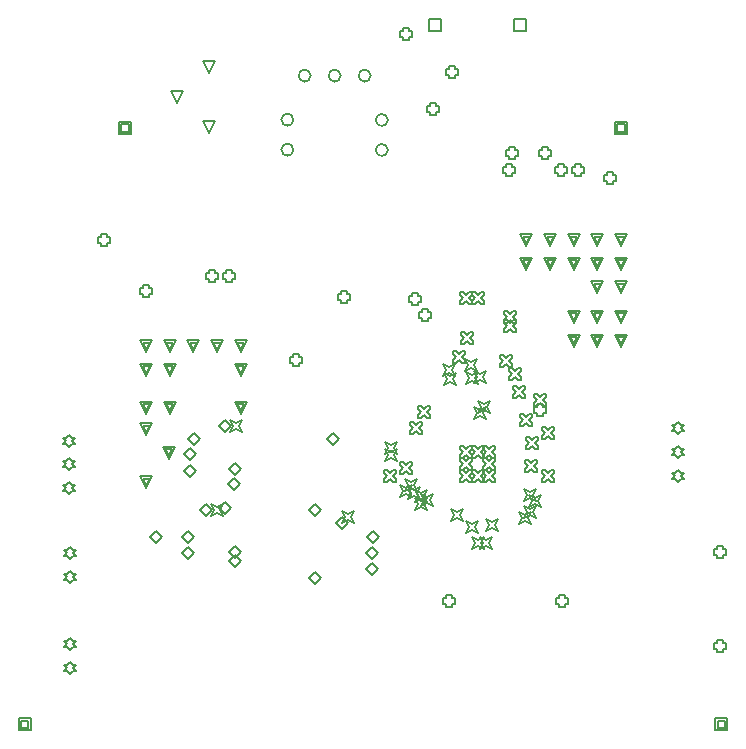
<source format=gbr>
G04*
G04 #@! TF.GenerationSoftware,Altium Limited,Altium Designer,23.8.1 (32)*
G04*
G04 Layer_Color=2752767*
%FSLAX44Y44*%
%MOMM*%
G71*
G04*
G04 #@! TF.SameCoordinates,B1DDD4D6-6927-4A11-B6FF-346F9E1F7E25*
G04*
G04*
G04 #@! TF.FilePolarity,Positive*
G04*
G01*
G75*
%ADD92C,0.1270*%
%ADD93C,0.1693*%
D92*
X68580Y92710D02*
X71120Y95250D01*
X73660D01*
X71120Y97790D01*
X73660Y100330D01*
X71120D01*
X68580Y102870D01*
X66040Y100330D01*
X63500D01*
X66040Y97790D01*
X63500Y95250D01*
X66040D01*
X68580Y92710D01*
Y72710D02*
X71120Y75250D01*
X73660D01*
X71120Y77790D01*
X73660Y80330D01*
X71120D01*
X68580Y82870D01*
X66040Y80330D01*
X63500D01*
X66040Y77790D01*
X63500Y75250D01*
X66040D01*
X68580Y72710D01*
Y149860D02*
X71120Y152400D01*
X73660D01*
X71120Y154940D01*
X73660Y157480D01*
X71120D01*
X68580Y160020D01*
X66040Y157480D01*
X63500D01*
X66040Y154940D01*
X63500Y152400D01*
X66040D01*
X68580Y149860D01*
Y169860D02*
X71120Y172400D01*
X73660D01*
X71120Y174940D01*
X73660Y177480D01*
X71120D01*
X68580Y180020D01*
X66040Y177480D01*
X63500D01*
X66040Y174940D01*
X63500Y172400D01*
X66040D01*
X68580Y169860D01*
X444020Y617350D02*
Y627510D01*
X454180D01*
Y617350D01*
X444020D01*
X372520D02*
Y627510D01*
X382680D01*
Y617350D01*
X372520D01*
X582930Y235590D02*
X585470Y238130D01*
X588010D01*
X585470Y240670D01*
X588010Y243210D01*
X585470D01*
X582930Y245750D01*
X580390Y243210D01*
X577850D01*
X580390Y240670D01*
X577850Y238130D01*
X580390D01*
X582930Y235590D01*
Y255590D02*
X585470Y258130D01*
X588010D01*
X585470Y260670D01*
X588010Y263210D01*
X585470D01*
X582930Y265750D01*
X580390Y263210D01*
X577850D01*
X580390Y260670D01*
X577850Y258130D01*
X580390D01*
X582930Y255590D01*
Y275590D02*
X585470Y278130D01*
X588010D01*
X585470Y280670D01*
X588010Y283210D01*
X585470D01*
X582930Y285750D01*
X580390Y283210D01*
X577850D01*
X580390Y280670D01*
X577850Y278130D01*
X580390D01*
X582930Y275590D01*
X614920Y24920D02*
Y35080D01*
X625080D01*
Y24920D01*
X614920D01*
X616952Y26952D02*
Y33048D01*
X623048D01*
Y26952D01*
X616952D01*
X24920Y24920D02*
Y35080D01*
X35080D01*
Y24920D01*
X24920D01*
X26952Y26952D02*
Y33048D01*
X33048D01*
Y26952D01*
X26952D01*
X529920Y529920D02*
Y540080D01*
X540080D01*
Y529920D01*
X529920D01*
X531952Y531952D02*
Y538048D01*
X538048D01*
Y531952D01*
X531952D01*
X109920Y529920D02*
Y540080D01*
X120080D01*
Y529920D01*
X109920D01*
X111952Y531952D02*
Y538048D01*
X118048D01*
Y531952D01*
X111952D01*
X186450Y531140D02*
X181370Y541300D01*
X191530D01*
X186450Y531140D01*
X159450Y556140D02*
X154370Y566300D01*
X164530D01*
X159450Y556140D01*
X186450Y581140D02*
X181370Y591300D01*
X191530D01*
X186450Y581140D01*
X67310Y225110D02*
X69850Y227650D01*
X72390D01*
X69850Y230190D01*
X72390Y232730D01*
X69850D01*
X67310Y235270D01*
X64770Y232730D01*
X62230D01*
X64770Y230190D01*
X62230Y227650D01*
X64770D01*
X67310Y225110D01*
Y245110D02*
X69850Y247650D01*
X72390D01*
X69850Y250190D01*
X72390Y252730D01*
X69850D01*
X67310Y255270D01*
X64770Y252730D01*
X62230D01*
X64770Y250190D01*
X62230Y247650D01*
X64770D01*
X67310Y245110D01*
Y265110D02*
X69850Y267650D01*
X72390D01*
X69850Y270190D01*
X72390Y272730D01*
X69850D01*
X67310Y275270D01*
X64770Y272730D01*
X62230D01*
X64770Y270190D01*
X62230Y267650D01*
X64770D01*
X67310Y265110D01*
X94350Y437780D02*
Y435240D01*
X99430D01*
Y437780D01*
X101970D01*
Y442860D01*
X99430D01*
Y445400D01*
X94350D01*
Y442860D01*
X91810D01*
Y437780D01*
X94350D01*
X213000Y292920D02*
X207920Y303080D01*
X218080D01*
X213000Y292920D01*
Y294952D02*
X209952Y301048D01*
X216048D01*
X213000Y294952D01*
X535000Y394920D02*
X529920Y405080D01*
X540080D01*
X535000Y394920D01*
Y396952D02*
X531952Y403048D01*
X538048D01*
X535000Y396952D01*
X515000Y394920D02*
X509920Y405080D01*
X520080D01*
X515000Y394920D01*
Y396952D02*
X511952Y403048D01*
X518048D01*
X515000Y396952D01*
Y414920D02*
X509920Y425080D01*
X520080D01*
X515000Y414920D01*
Y416952D02*
X511952Y423048D01*
X518048D01*
X515000Y416952D01*
X495000Y414920D02*
X489920Y425080D01*
X500080D01*
X495000Y414920D01*
Y416952D02*
X491952Y423048D01*
X498048D01*
X495000Y416952D01*
X475000Y414920D02*
X469920Y425080D01*
X480080D01*
X475000Y414920D01*
Y416952D02*
X471952Y423048D01*
X478048D01*
X475000Y416952D01*
X455000Y414920D02*
X449920Y425080D01*
X460080D01*
X455000Y414920D01*
Y416952D02*
X451952Y423048D01*
X458048D01*
X455000Y416952D01*
X515000Y434920D02*
X509920Y445080D01*
X520080D01*
X515000Y434920D01*
Y436952D02*
X511952Y443048D01*
X518048D01*
X515000Y436952D01*
X495000Y434920D02*
X489920Y445080D01*
X500080D01*
X495000Y434920D01*
Y436952D02*
X491952Y443048D01*
X498048D01*
X495000Y436952D01*
X475000Y434920D02*
X469920Y445080D01*
X480080D01*
X475000Y434920D01*
Y436952D02*
X471952Y443048D01*
X478048D01*
X475000Y436952D01*
X455000Y434920D02*
X449920Y445080D01*
X460080D01*
X455000Y434920D01*
Y436952D02*
X451952Y443048D01*
X458048D01*
X455000Y436952D01*
X133000Y229920D02*
X127920Y240080D01*
X138080D01*
X133000Y229920D01*
Y231952D02*
X129952Y238048D01*
X136048D01*
X133000Y231952D01*
X152000Y254920D02*
X146920Y265080D01*
X157080D01*
X152000Y254920D01*
Y256952D02*
X148952Y263048D01*
X155048D01*
X152000Y256952D01*
X133000Y274920D02*
X127920Y285080D01*
X138080D01*
X133000Y274920D01*
Y276952D02*
X129952Y283048D01*
X136048D01*
X133000Y276952D01*
X153000Y292920D02*
X147920Y303080D01*
X158080D01*
X153000Y292920D01*
Y294952D02*
X149952Y301048D01*
X156048D01*
X153000Y294952D01*
X133000Y292920D02*
X127920Y303080D01*
X138080D01*
X133000Y292920D01*
Y294952D02*
X129952Y301048D01*
X136048D01*
X133000Y294952D01*
X213000Y324920D02*
X207920Y335080D01*
X218080D01*
X213000Y324920D01*
Y326952D02*
X209952Y333048D01*
X216048D01*
X213000Y326952D01*
X153000Y324920D02*
X147920Y335080D01*
X158080D01*
X153000Y324920D01*
Y326952D02*
X149952Y333048D01*
X156048D01*
X153000Y326952D01*
X133000Y324920D02*
X127920Y335080D01*
X138080D01*
X133000Y324920D01*
Y326952D02*
X129952Y333048D01*
X136048D01*
X133000Y326952D01*
X213000Y344920D02*
X207920Y355080D01*
X218080D01*
X213000Y344920D01*
Y346952D02*
X209952Y353048D01*
X216048D01*
X213000Y346952D01*
X193000Y344920D02*
X187920Y355080D01*
X198080D01*
X193000Y344920D01*
Y346952D02*
X189952Y353048D01*
X196048D01*
X193000Y346952D01*
X173000Y344920D02*
X167920Y355080D01*
X178080D01*
X173000Y344920D01*
Y346952D02*
X169952Y353048D01*
X176048D01*
X173000Y346952D01*
X153000Y344920D02*
X147920Y355080D01*
X158080D01*
X153000Y344920D01*
Y346952D02*
X149952Y353048D01*
X156048D01*
X153000Y346952D01*
X133000Y344920D02*
X127920Y355080D01*
X138080D01*
X133000Y344920D01*
Y346952D02*
X129952Y353048D01*
X136048D01*
X133000Y346952D01*
X515000Y369920D02*
X509920Y380080D01*
X520080D01*
X515000Y369920D01*
Y371952D02*
X511952Y378048D01*
X518048D01*
X515000Y371952D01*
Y349920D02*
X509920Y360080D01*
X520080D01*
X515000Y349920D01*
Y351952D02*
X511952Y358048D01*
X518048D01*
X515000Y351952D01*
X495000Y369920D02*
X489920Y380080D01*
X500080D01*
X495000Y369920D01*
Y371952D02*
X491952Y378048D01*
X498048D01*
X495000Y371952D01*
Y349920D02*
X489920Y360080D01*
X500080D01*
X495000Y349920D01*
Y351952D02*
X491952Y358048D01*
X498048D01*
X495000Y351952D01*
X535000Y349920D02*
X529920Y360080D01*
X540080D01*
X535000Y349920D01*
Y351952D02*
X531952Y358048D01*
X538048D01*
X535000Y351952D01*
Y369920D02*
X529920Y380080D01*
X540080D01*
X535000Y369920D01*
Y371952D02*
X531952Y378048D01*
X538048D01*
X535000Y371952D01*
Y414920D02*
X529920Y425080D01*
X540080D01*
X535000Y414920D01*
Y416952D02*
X531952Y423048D01*
X538048D01*
X535000Y416952D01*
Y434920D02*
X529920Y445080D01*
X540080D01*
X535000Y434920D01*
Y436952D02*
X531952Y443048D01*
X538048D01*
X535000Y436952D01*
X452840Y204790D02*
X455380Y209870D01*
X452840Y214950D01*
X457920Y212410D01*
X463000Y214950D01*
X460460Y209870D01*
X463000Y204790D01*
X457920Y207330D01*
X452840Y204790D01*
X456756Y214459D02*
X459296Y219539D01*
X456756Y224619D01*
X461836Y222079D01*
X466916Y224619D01*
X464376Y219539D01*
X466916Y214459D01*
X461836Y216999D01*
X456756Y214459D01*
X203880Y277645D02*
X206420Y282725D01*
X203880Y287805D01*
X208960Y285265D01*
X214040Y287805D01*
X211500Y282725D01*
X214040Y277645D01*
X208960Y280185D01*
X203880Y277645D01*
X187857Y206354D02*
X190396Y211434D01*
X187857Y216514D01*
X192936Y213974D01*
X198016Y216514D01*
X195476Y211434D01*
X198016Y206354D01*
X192936Y208894D01*
X187857Y206354D01*
X298892Y200631D02*
X301432Y205711D01*
X298892Y210791D01*
X303972Y208251D01*
X309051Y210791D01*
X306511Y205711D01*
X309051Y200631D01*
X303972Y203171D01*
X298892Y200631D01*
X335230Y258755D02*
X337770Y263835D01*
X335230Y268915D01*
X340310Y266375D01*
X345390Y268915D01*
X342850Y263835D01*
X345390Y258755D01*
X340310Y261295D01*
X335230Y258755D01*
X360697Y211775D02*
X363237Y216856D01*
X360697Y221936D01*
X365777Y219396D01*
X370857Y221936D01*
X368317Y216856D01*
X370857Y211775D01*
X365777Y214315D01*
X360697Y211775D01*
X347710Y222208D02*
X350250Y227288D01*
X347710Y232368D01*
X352790Y229828D01*
X357870Y232368D01*
X355330Y227288D01*
X357870Y222208D01*
X352790Y224748D01*
X347710Y222208D01*
X410210Y318770D02*
X412750Y323850D01*
X410210Y328930D01*
X415290Y326390D01*
X420370Y328930D01*
X417830Y323850D01*
X420370Y318770D01*
X415290Y321310D01*
X410210Y318770D01*
X414100Y293370D02*
X416640Y298450D01*
X414100Y303530D01*
X419180Y300990D01*
X424260Y303530D01*
X421720Y298450D01*
X424260Y293370D01*
X419180Y295910D01*
X414100Y293370D01*
X410166Y288605D02*
X412706Y293685D01*
X410166Y298765D01*
X415246Y296225D01*
X420326Y298765D01*
X417786Y293685D01*
X420326Y288605D01*
X415246Y291145D01*
X410166Y288605D01*
X409020Y178820D02*
X411560Y183900D01*
X409020Y188980D01*
X414100Y186440D01*
X419180Y188980D01*
X416640Y183900D01*
X419180Y178820D01*
X414100Y181360D01*
X409020Y178820D01*
X416020D02*
X418560Y183900D01*
X416020Y188980D01*
X421100Y186440D01*
X426180Y188980D01*
X423640Y183900D01*
X426180Y178820D01*
X421100Y181360D01*
X416020Y178820D01*
X420536Y193940D02*
X423076Y199020D01*
X420536Y204100D01*
X425616Y201560D01*
X430696Y204100D01*
X428156Y199020D01*
X430696Y193940D01*
X425616Y196480D01*
X420536Y193940D01*
X391160Y201930D02*
X393700Y207010D01*
X391160Y212090D01*
X396240Y209550D01*
X401320Y212090D01*
X398780Y207010D01*
X401320Y201930D01*
X396240Y204470D01*
X391160Y201930D01*
X403926Y192240D02*
X406466Y197320D01*
X403926Y202400D01*
X409006Y199860D01*
X414086Y202400D01*
X411546Y197320D01*
X414086Y192240D01*
X409006Y194780D01*
X403926Y192240D01*
X523240Y490220D02*
Y487680D01*
X528320D01*
Y490220D01*
X530860D01*
Y495300D01*
X528320D01*
Y497840D01*
X523240D01*
Y495300D01*
X520700D01*
Y490220D01*
X523240D01*
X468278Y511258D02*
Y508718D01*
X473358D01*
Y511258D01*
X475898D01*
Y516338D01*
X473358D01*
Y518878D01*
X468278D01*
Y516338D01*
X465738D01*
Y511258D01*
X468278D01*
X373382Y548642D02*
Y546102D01*
X378462D01*
Y548642D01*
X381002D01*
Y553722D01*
X378462D01*
Y556262D01*
X373382D01*
Y553722D01*
X370842D01*
Y548642D01*
X373382D01*
X350522Y612142D02*
Y609602D01*
X355602D01*
Y612142D01*
X358142D01*
Y617222D01*
X355602D01*
Y619762D01*
X350522D01*
Y617222D01*
X347982D01*
Y612142D01*
X350522D01*
X440282Y511262D02*
Y508722D01*
X445362D01*
Y511262D01*
X447902D01*
Y516342D01*
X445362D01*
Y518882D01*
X440282D01*
Y516342D01*
X437742D01*
Y511262D01*
X440282D01*
X136143Y188710D02*
X141223Y193790D01*
X146303Y188710D01*
X141223Y183630D01*
X136143Y188710D01*
X201930Y233680D02*
X207010Y238760D01*
X212090Y233680D01*
X207010Y228600D01*
X201930Y233680D01*
X403159Y329208D02*
X405699Y334288D01*
X403159Y339368D01*
X408239Y336828D01*
X413319Y339368D01*
X410779Y334288D01*
X413319Y329208D01*
X408239Y331748D01*
X403159Y329208D01*
X403410Y318460D02*
X405950Y323540D01*
X403410Y328620D01*
X408490Y326080D01*
X413570Y328620D01*
X411030Y323540D01*
X413570Y318460D01*
X408490Y321000D01*
X403410Y318460D01*
X335280Y252730D02*
X337820Y257810D01*
X335280Y262890D01*
X340360Y260350D01*
X345440Y262890D01*
X342900Y257810D01*
X345440Y252730D01*
X340360Y255270D01*
X335280Y252730D01*
X319970Y189080D02*
X325050Y194160D01*
X330130Y189080D01*
X325050Y184000D01*
X319970Y189080D01*
X384810Y317500D02*
X387350Y322580D01*
X384810Y327660D01*
X389890Y325120D01*
X394970Y327660D01*
X392430Y322580D01*
X394970Y317500D01*
X389890Y320040D01*
X384810Y317500D01*
X384360Y325060D02*
X386900Y330140D01*
X384360Y335220D01*
X389440Y332680D01*
X394520Y335220D01*
X391980Y330140D01*
X394520Y325060D01*
X389440Y327600D01*
X384360Y325060D01*
X439963Y321191D02*
X442503D01*
X445043Y323731D01*
X447583Y321191D01*
X450123D01*
Y323731D01*
X447583Y326271D01*
X450123Y328811D01*
Y331351D01*
X447583D01*
X445043Y328811D01*
X442503Y331351D01*
X439963D01*
Y328811D01*
X442503Y326271D01*
X439963Y323731D01*
Y321191D01*
X443230Y306070D02*
X445770D01*
X448310Y308610D01*
X450850Y306070D01*
X453390D01*
Y308610D01*
X450850Y311150D01*
X453390Y313690D01*
Y316230D01*
X450850D01*
X448310Y313690D01*
X445770Y316230D01*
X443230D01*
Y313690D01*
X445770Y311150D01*
X443230Y308610D01*
Y306070D01*
X448310Y199390D02*
X450850Y204470D01*
X448310Y209550D01*
X453390Y207010D01*
X458470Y209550D01*
X455930Y204470D01*
X458470Y199390D01*
X453390Y201930D01*
X448310Y199390D01*
X454202Y263305D02*
X456742D01*
X459282Y265845D01*
X461822Y263305D01*
X464362D01*
Y265845D01*
X461822Y268385D01*
X464362Y270925D01*
Y273465D01*
X461822D01*
X459282Y270925D01*
X456742Y273465D01*
X454202D01*
Y270925D01*
X456742Y268385D01*
X454202Y265845D01*
Y263305D01*
X449505Y282702D02*
X452044D01*
X454585Y285242D01*
X457124Y282702D01*
X459664D01*
Y285242D01*
X457124Y287782D01*
X459664Y290322D01*
Y292862D01*
X457124D01*
X454585Y290322D01*
X452044Y292862D01*
X449505D01*
Y290322D01*
X452044Y287782D01*
X449505Y285242D01*
Y282702D01*
X453660Y243560D02*
X456200D01*
X458740Y246100D01*
X461280Y243560D01*
X463820D01*
Y246100D01*
X461280Y248640D01*
X463820Y251180D01*
Y253720D01*
X461280D01*
X458740Y251180D01*
X456200Y253720D01*
X453660D01*
Y251180D01*
X456200Y248640D01*
X453660Y246100D01*
Y243560D01*
X468390Y235430D02*
X470930D01*
X473470Y237970D01*
X476010Y235430D01*
X478550D01*
Y237970D01*
X476010Y240510D01*
X478550Y243050D01*
Y245590D01*
X476010D01*
X473470Y243050D01*
X470930Y245590D01*
X468390D01*
Y243050D01*
X470930Y240510D01*
X468390Y237970D01*
Y235430D01*
X468390Y271430D02*
X470930D01*
X473470Y273970D01*
X476010Y271430D01*
X478550D01*
Y273970D01*
X476010Y276510D01*
X478550Y279050D01*
Y281590D01*
X476010D01*
X473470Y279050D01*
X470930Y281590D01*
X468390D01*
Y279050D01*
X470930Y276510D01*
X468390Y273970D01*
Y271430D01*
X347690Y242430D02*
X350230D01*
X352770Y244970D01*
X355310Y242430D01*
X357850D01*
Y244970D01*
X355310Y247510D01*
X357850Y250050D01*
Y252590D01*
X355310D01*
X352770Y250050D01*
X350230Y252590D01*
X347690D01*
Y250050D01*
X350230Y247510D01*
X347690Y244970D01*
Y242430D01*
X356439Y275580D02*
X358979D01*
X361519Y278120D01*
X364059Y275580D01*
X366599D01*
Y278120D01*
X364059Y280660D01*
X366599Y283200D01*
Y285740D01*
X364059D01*
X361519Y283200D01*
X358979Y285740D01*
X356439D01*
Y283200D01*
X358979Y280660D01*
X356439Y278120D01*
Y275580D01*
X408940Y386196D02*
X411480D01*
X414020Y388736D01*
X416560Y386196D01*
X419100D01*
Y388736D01*
X416560Y391276D01*
X419100Y393816D01*
Y396356D01*
X416560D01*
X414020Y393816D01*
X411480Y396356D01*
X408940D01*
Y393816D01*
X411480Y391276D01*
X408940Y388736D01*
Y386196D01*
X398780Y386080D02*
X401320D01*
X403860Y388620D01*
X406400Y386080D01*
X408940D01*
Y388620D01*
X406400Y391160D01*
X408940Y393700D01*
Y396240D01*
X406400D01*
X403860Y393700D01*
X401320Y396240D01*
X398780D01*
Y393700D01*
X401320Y391160D01*
X398780Y388620D01*
Y386080D01*
X435610Y361950D02*
X438150D01*
X440690Y364490D01*
X443230Y361950D01*
X445770D01*
Y364490D01*
X443230Y367030D01*
X445770Y369570D01*
Y372110D01*
X443230D01*
X440690Y369570D01*
X438150Y372110D01*
X435610D01*
Y369570D01*
X438150Y367030D01*
X435610Y364490D01*
Y361950D01*
Y369570D02*
X438150D01*
X440690Y372110D01*
X443230Y369570D01*
X445770D01*
Y372110D01*
X443230Y374650D01*
X445770Y377190D01*
Y379730D01*
X443230D01*
X440690Y377190D01*
X438150Y379730D01*
X435610D01*
Y377190D01*
X438150Y374650D01*
X435610Y372110D01*
Y369570D01*
X453110Y219430D02*
X455650Y224510D01*
X453110Y229590D01*
X458190Y227050D01*
X463270Y229590D01*
X460730Y224510D01*
X463270Y219430D01*
X458190Y221970D01*
X453110Y219430D01*
X365760Y214675D02*
X368300Y219755D01*
X365760Y224835D01*
X370840Y222295D01*
X375920Y224835D01*
X373380Y219755D01*
X375920Y214675D01*
X370840Y217215D01*
X365760Y214675D01*
X418270Y235430D02*
X420810D01*
X423350Y237970D01*
X425890Y235430D01*
X428430D01*
Y237970D01*
X425890Y240510D01*
X428430Y243050D01*
Y245590D01*
X425890D01*
X423350Y243050D01*
X420810Y245590D01*
X418270D01*
Y243050D01*
X420810Y240510D01*
X418270Y237970D01*
Y235430D01*
X398940D02*
X401480D01*
X404020Y237970D01*
X406560Y235430D01*
X409100D01*
Y237970D01*
X406560Y240510D01*
X409100Y243050D01*
Y245590D01*
X406560D01*
X404020Y243050D01*
X401480Y245590D01*
X398940D01*
Y243050D01*
X401480Y240510D01*
X398940Y237970D01*
Y235430D01*
X418270Y255430D02*
X420810D01*
X423350Y257970D01*
X425890Y255430D01*
X428430D01*
Y257970D01*
X425890Y260510D01*
X428430Y263050D01*
Y265590D01*
X425890D01*
X423350Y263050D01*
X420810Y265590D01*
X418270D01*
Y263050D01*
X420810Y260510D01*
X418270Y257970D01*
Y255430D01*
X398940D02*
X401480D01*
X404020Y257970D01*
X406560Y255430D01*
X409100D01*
Y257970D01*
X406560Y260510D01*
X409100Y263050D01*
Y265590D01*
X406560D01*
X404020Y263050D01*
X401480Y265590D01*
X398940D01*
Y263050D01*
X401480Y260510D01*
X398940Y257970D01*
Y255430D01*
Y245430D02*
X401480D01*
X404020Y247970D01*
X406560Y245430D01*
X409100D01*
Y247970D01*
X406560Y250510D01*
X409100Y253050D01*
Y255590D01*
X406560D01*
X404020Y253050D01*
X401480Y255590D01*
X398940D01*
Y253050D01*
X401480Y250510D01*
X398940Y247970D01*
Y245430D01*
X408940Y235430D02*
X411480D01*
X414020Y237970D01*
X416560Y235430D01*
X419100D01*
Y237970D01*
X416560Y240510D01*
X419100Y243050D01*
Y245590D01*
X416560D01*
X414020Y243050D01*
X411480Y245590D01*
X408940D01*
Y243050D01*
X411480Y240510D01*
X408940Y237970D01*
Y235430D01*
X418270Y245430D02*
X420810D01*
X423350Y247970D01*
X425890Y245430D01*
X428430D01*
Y247970D01*
X425890Y250510D01*
X428430Y253050D01*
Y255590D01*
X425890D01*
X423350Y253050D01*
X420810Y255590D01*
X418270D01*
Y253050D01*
X420810Y250510D01*
X418270Y247970D01*
Y245430D01*
X408940Y255430D02*
X411480D01*
X414020Y257970D01*
X416560Y255430D01*
X419100D01*
Y257970D01*
X416560Y260510D01*
X419100Y263050D01*
Y265590D01*
X416560D01*
X414020Y263050D01*
X411480Y265590D01*
X408940D01*
Y263050D01*
X411480Y260510D01*
X408940Y257970D01*
Y255430D01*
X616330Y173100D02*
Y170560D01*
X621410D01*
Y173100D01*
X623950D01*
Y178180D01*
X621410D01*
Y180720D01*
X616330D01*
Y178180D01*
X613790D01*
Y173100D01*
X616330D01*
Y93600D02*
Y91060D01*
X621410D01*
Y93600D01*
X623950D01*
Y98680D01*
X621410D01*
Y101220D01*
X616330D01*
Y98680D01*
X613790D01*
Y93600D01*
X616330D01*
X360680Y218440D02*
X363220Y223520D01*
X360680Y228600D01*
X365760Y226060D01*
X370840Y228600D01*
X368300Y223520D01*
X370840Y218440D01*
X365760Y220980D01*
X360680Y218440D01*
X354330Y220980D02*
X356870Y226060D01*
X354330Y231140D01*
X359410Y228600D01*
X364490Y231140D01*
X361950Y226060D01*
X364490Y220980D01*
X359410Y223520D01*
X354330Y220980D01*
X351790Y227330D02*
X354330Y232410D01*
X351790Y237490D01*
X356870Y234950D01*
X361950Y237490D01*
X359410Y232410D01*
X361950Y227330D01*
X356870Y229870D01*
X351790Y227330D01*
X334090Y235430D02*
X336630D01*
X339170Y237970D01*
X341710Y235430D01*
X344250D01*
Y237970D01*
X341710Y240510D01*
X344250Y243050D01*
Y245590D01*
X341710D01*
X339170Y243050D01*
X336630Y245590D01*
X334090D01*
Y243050D01*
X336630Y240510D01*
X334090Y237970D01*
Y235430D01*
X392810Y335720D02*
X395350D01*
X397890Y338260D01*
X400430Y335720D01*
X402970D01*
Y338260D01*
X400430Y340800D01*
X402970Y343340D01*
Y345880D01*
X400430D01*
X397890Y343340D01*
X395350Y345880D01*
X392810D01*
Y343340D01*
X395350Y340800D01*
X392810Y338260D01*
Y335720D01*
X194680Y282400D02*
X199760Y287480D01*
X204840Y282400D01*
X199760Y277320D01*
X194680Y282400D01*
Y212840D02*
X199760Y217920D01*
X204840Y212840D01*
X199760Y207760D01*
X194680Y212840D01*
X293970Y200540D02*
X299050Y205620D01*
X304130Y200540D01*
X299050Y195460D01*
X293970Y200540D01*
X165020Y244560D02*
X170100Y249640D01*
X175180Y244560D01*
X170100Y239480D01*
X165020Y244560D01*
X165020Y258560D02*
X170100Y263640D01*
X175180Y258560D01*
X170100Y253480D01*
X165020Y258560D01*
X168680Y271490D02*
X173760Y276570D01*
X178840Y271490D01*
X173760Y266410D01*
X168680Y271490D01*
X203330Y246090D02*
X208410Y251170D01*
X213490Y246090D01*
X208410Y241010D01*
X203330Y246090D01*
X270660Y153680D02*
X275740Y158760D01*
X280820Y153680D01*
X275740Y148600D01*
X270660Y153680D01*
X318970Y161280D02*
X324050Y166360D01*
X329130Y161280D01*
X324050Y156200D01*
X318970Y161280D01*
X318970Y175280D02*
X324050Y180360D01*
X329130Y175280D01*
X324050Y170200D01*
X318970Y175280D01*
X270660Y211780D02*
X275740Y216860D01*
X280820Y211780D01*
X275740Y206700D01*
X270660Y211780D01*
X178680D02*
X183760Y216860D01*
X188840Y211780D01*
X183760Y206700D01*
X178680Y211780D01*
X163410Y174710D02*
X168490Y179790D01*
X173570Y174710D01*
X168490Y169630D01*
X163410Y174710D01*
X163410Y188710D02*
X168490Y193790D01*
X173570Y188710D01*
X168490Y183630D01*
X163410Y188710D01*
X203330Y168540D02*
X208410Y173620D01*
X213490Y168540D01*
X208410Y163460D01*
X203330Y168540D01*
Y176380D02*
X208410Y181460D01*
X213490Y176380D01*
X208410Y171300D01*
X203330Y176380D01*
X366790Y374130D02*
Y371590D01*
X371870D01*
Y374130D01*
X374410D01*
Y379210D01*
X371870D01*
Y381750D01*
X366790D01*
Y379210D01*
X364250D01*
Y374130D01*
X366790D01*
X399810Y351920D02*
X402350D01*
X404890Y354460D01*
X407430Y351920D01*
X409970D01*
Y354460D01*
X407430Y357000D01*
X409970Y359540D01*
Y362080D01*
X407430D01*
X404890Y359540D01*
X402350Y362080D01*
X399810D01*
Y359540D01*
X402350Y357000D01*
X399810Y354460D01*
Y351920D01*
X432540Y332270D02*
X435080D01*
X437620Y334810D01*
X440160Y332270D01*
X442700D01*
Y334810D01*
X440160Y337350D01*
X442700Y339890D01*
Y342430D01*
X440160D01*
X437620Y339890D01*
X435080Y342430D01*
X432540D01*
Y339890D01*
X435080Y337350D01*
X432540Y334810D01*
Y332270D01*
X464180Y293370D02*
Y290830D01*
X469260D01*
Y293370D01*
X471800D01*
Y298450D01*
X469260D01*
Y300990D01*
X464180D01*
Y298450D01*
X461640D01*
Y293370D01*
X464180D01*
X461100Y299430D02*
X463640D01*
X466180Y301970D01*
X468720Y299430D01*
X471260D01*
Y301970D01*
X468720Y304510D01*
X471260Y307050D01*
Y309590D01*
X468720D01*
X466180Y307050D01*
X463640Y309590D01*
X461100D01*
Y307050D01*
X463640Y304510D01*
X461100Y301970D01*
Y299430D01*
X298197Y389370D02*
Y386830D01*
X303277D01*
Y389370D01*
X305817D01*
Y394450D01*
X303277D01*
Y396990D01*
X298197D01*
Y394450D01*
X295657D01*
Y389370D01*
X298197D01*
X358152Y388014D02*
Y385475D01*
X363232D01*
Y388014D01*
X365772D01*
Y393094D01*
X363232D01*
Y395634D01*
X358152D01*
Y393094D01*
X355612D01*
Y388014D01*
X358152D01*
X257433Y336030D02*
Y333490D01*
X262513D01*
Y336030D01*
X265053D01*
Y341110D01*
X262513D01*
Y343650D01*
X257433D01*
Y341110D01*
X254893D01*
Y336030D01*
X257433D01*
X286310Y271490D02*
X291390Y276570D01*
X296470Y271490D01*
X291390Y266410D01*
X286310Y271490D01*
X363270Y289180D02*
X365810D01*
X368350Y291720D01*
X370890Y289180D01*
X373430D01*
Y291720D01*
X370890Y294260D01*
X373430Y296800D01*
Y299340D01*
X370890D01*
X368350Y296800D01*
X365810Y299340D01*
X363270D01*
Y296800D01*
X365810Y294260D01*
X363270Y291720D01*
Y289180D01*
X437682Y496968D02*
Y494428D01*
X442762D01*
Y496968D01*
X445302D01*
Y502048D01*
X442762D01*
Y504588D01*
X437682D01*
Y502048D01*
X435142D01*
Y496968D01*
X437682D01*
X186532Y407478D02*
Y404938D01*
X191612D01*
Y407478D01*
X194152D01*
Y412558D01*
X191612D01*
Y415098D01*
X186532D01*
Y412558D01*
X183992D01*
Y407478D01*
X186532D01*
X129940Y394480D02*
Y391940D01*
X135020D01*
Y394480D01*
X137560D01*
Y399560D01*
X135020D01*
Y402100D01*
X129940D01*
Y399560D01*
X127400D01*
Y394480D01*
X129940D01*
X482240Y131810D02*
Y129270D01*
X487320D01*
Y131810D01*
X489860D01*
Y136890D01*
X487320D01*
Y139430D01*
X482240D01*
Y136890D01*
X479700D01*
Y131810D01*
X482240D01*
X387110D02*
Y129270D01*
X392190D01*
Y131810D01*
X394730D01*
Y136890D01*
X392190D01*
Y139430D01*
X387110D01*
Y136890D01*
X384570D01*
Y131810D01*
X387110D01*
X481770Y496970D02*
Y494430D01*
X486850D01*
Y496970D01*
X489390D01*
Y502050D01*
X486850D01*
Y504590D01*
X481770D01*
Y502050D01*
X479230D01*
Y496970D01*
X481770D01*
X495790D02*
Y494430D01*
X500870D01*
Y496970D01*
X503410D01*
Y502050D01*
X500870D01*
Y504590D01*
X495790D01*
Y502050D01*
X493250D01*
Y496970D01*
X495790D01*
X389788Y579640D02*
Y577100D01*
X394868D01*
Y579640D01*
X397408D01*
Y584720D01*
X394868D01*
Y587260D01*
X389788D01*
Y584720D01*
X387248D01*
Y579640D01*
X389788D01*
X200550Y407480D02*
Y404940D01*
X205630D01*
Y407480D01*
X208170D01*
Y412560D01*
X205630D01*
Y415100D01*
X200550D01*
Y412560D01*
X198010D01*
Y407480D01*
X200550D01*
D93*
X257640Y516620D02*
G03*
X257640Y516620I-5080J0D01*
G01*
Y542020D02*
G03*
X257640Y542020I-5080J0D01*
G01*
X323040Y579320D02*
G03*
X323040Y579320I-5080J0D01*
G01*
X297640D02*
G03*
X297640Y579320I-5080J0D01*
G01*
X272240D02*
G03*
X272240Y579320I-5080J0D01*
G01*
X337580Y516370D02*
G03*
X337580Y516370I-5080J0D01*
G01*
Y541770D02*
G03*
X337580Y541770I-5080J0D01*
G01*
M02*

</source>
